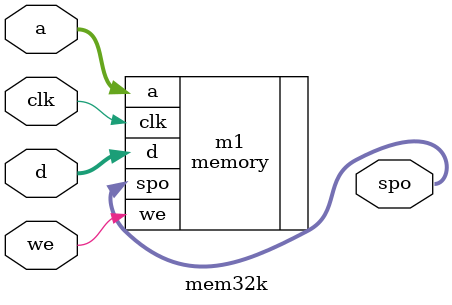
<source format=v>
`timescale 1ns / 1ps


module mem32k(a,d,clk,we,spo);

input [14:0] a;
input [15:0] d;
input clk;
input we;
output [15:0] spo;

// Instantiate xilink ip

memory m1 (
    .a(a),
    .d(d),
    .we(we),
    .clk(clk),
    .spo(spo)
    );

/*
//declare memory 32kx16

reg [15:0] memory [0:32767];
reg [15:0] spo;

// read function

always @(*) spo = memory[a];

//write function

always@ (posedge clk)
    if (we) memory [a] <=d;
*/
endmodule

</source>
